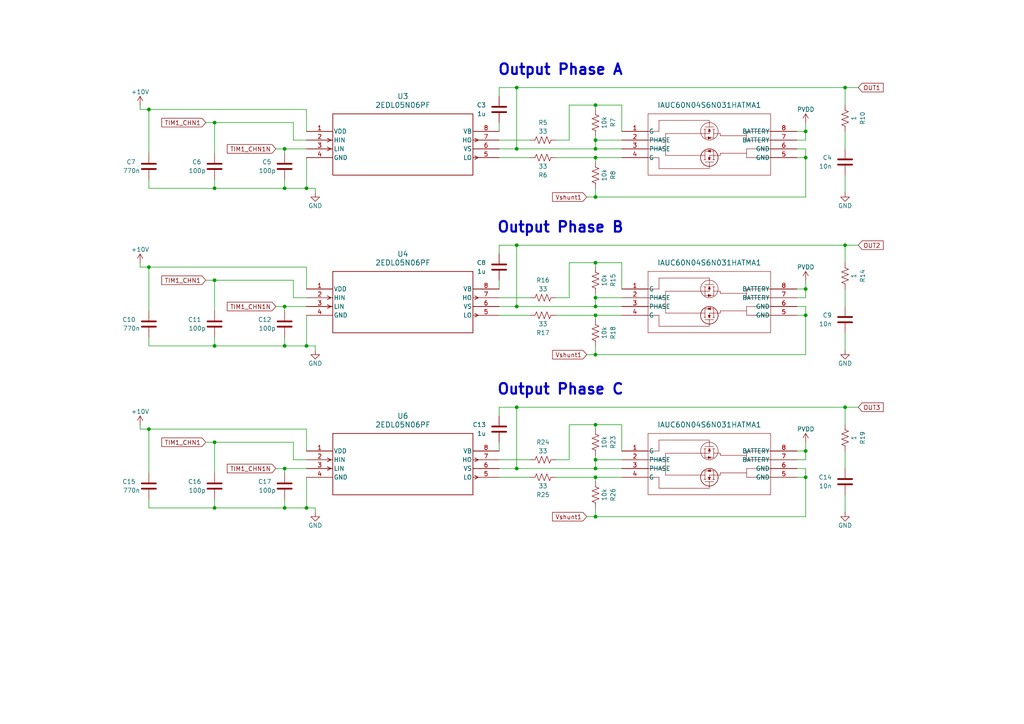
<source format=kicad_sch>
(kicad_sch (version 20231120) (generator "eeschema") (generator_version "8.0")
  (paper "A4")
  (title_block (title "Easy BLDC") (date "2024-08-06") (rev "2.0") (company "Peter Buckley Engineering"))
  (lib_symbols
    (symbol "Device:C" (pin_numbers hide) (pin_names (offset 0.254))
      (property "Reference" "C" (at 0.635 2.54 0))
      (property "Value" "C" (at 0.635 -2.54 0))
      (symbol "C_0_1"
        (polyline (pts (xy -2.032 -0.762) (xy 2.032 -0.762)) (stroke (width 0.508)))
        (polyline (pts (xy -2.032 0.762) (xy 2.032 0.762)) (stroke (width 0.508)))
      )
      (symbol "C_1_1"
        (pin passive line (at 0 3.81 270) (length 2.794) (name "~") (number "1"))
        (pin passive line (at 0 -3.81 90) (length 2.794) (name "~") (number "2"))
      )
    )
    (symbol "Device:R_US" (pin_numbers hide) (pin_names (offset 0))
      (property "Reference" "R" (at 2.54 0 90))
      (property "Value" "R_US" (at -2.54 0 90))
      (symbol "R_US_0_1"
        (polyline (pts (xy 0 -2.286) (xy 0 -2.54)))
        (polyline (pts (xy 0 2.286) (xy 0 2.54)))
        (polyline (pts (xy 0 -0.762) (xy 1.016 -1.143) (xy 0 -1.524) (xy -1.016 -1.905) (xy 0 -2.286)))
        (polyline (pts (xy 0 0.762) (xy 1.016 0.381) (xy 0 0) (xy -1.016 -0.381) (xy 0 -0.762)))
        (polyline (pts (xy 0 2.286) (xy 1.016 1.905) (xy 0 1.524) (xy -1.016 1.143) (xy 0 0.762)))
      )
      (symbol "R_US_1_1"
        (pin passive line (at 0 3.81 270) (length 1.27) (name "~") (number "1"))
        (pin passive line (at 0 -3.81 90) (length 1.27) (name "~") (number "2"))
      )
    )
    (symbol "EasyBLDC:2EDL05N06PF" (pin_names (offset 0.254))
      (property "Reference" "U" (at 27.94 10.16 0))
      (property "Value" "2EDL05N06PF" (at 27.94 7.62 0))
      (symbol "2EDL05N06PF_0_1"
        (polyline (pts (xy 7.0993 -5.08) (xy 6.0579 -5.6007)) (stroke (width 0.2032)))
        (polyline (pts (xy 7.0993 -5.08) (xy 6.0579 -4.5593)) (stroke (width 0.2032)))
        (polyline (pts (xy 7.0993 -2.54) (xy 6.0579 -3.0607)) (stroke (width 0.2032)))
        (polyline (pts (xy 7.0993 -2.54) (xy 6.0579 -2.0193)) (stroke (width 0.2032)))
        (polyline (pts (xy 7.62 -12.7) (xy 48.26 -12.7)) (stroke (width 0.2032)))
        (polyline (pts (xy 7.62 5.08) (xy 7.62 -12.7)) (stroke (width 0.2032)))
        (polyline (pts (xy 48.26 -12.7) (xy 48.26 5.08)) (stroke (width 0.2032)))
        (polyline (pts (xy 48.26 5.08) (xy 7.62 5.08)) (stroke (width 0.2032)))
        (polyline (pts (xy 48.7807 -8.1407) (xy 49.8221 -7.62)) (stroke (width 0.2032)))
        (polyline (pts (xy 48.7807 -7.0993) (xy 49.8221 -7.62)) (stroke (width 0.2032)))
        (polyline (pts (xy 48.7807 -3.0607) (xy 49.8221 -2.54)) (stroke (width 0.2032)))
        (polyline (pts (xy 48.7807 -2.0193) (xy 49.8221 -2.54)) (stroke (width 0.2032)))
        (pin power_in line (at 0 0 0) (length 7.62) (name "VDD") (number "1"))
        (pin input line (at 0 -2.54 0) (length 7.62) (name "HIN") (number "2"))
        (pin input line (at 0 -5.08 0) (length 7.62) (name "LIN") (number "3"))
        (pin power_in line (at 0 -7.62 0) (length 7.62) (name "GND") (number "4"))
        (pin output line (at 55.88 -7.62 180) (length 7.62) (name "LO") (number "5"))
        (pin power_in line (at 55.88 -5.08 180) (length 7.62) (name "VS") (number "6"))
        (pin output line (at 55.88 -2.54 180) (length 7.62) (name "HO") (number "7"))
        (pin power_in line (at 55.88 0 180) (length 7.62) (name "VB") (number "8"))
      )
    )
    (symbol "EasyBLDC:IAUC60N04S6N031HATMA1" (pin_names (offset 0.254))
      (property "Reference" "U" (at 25.4 10.16 0))
      (property "Value" "IAUC60N04S6N031HATMA1" (at 25.4 7.62 0))
      (symbol "IAUC60N04S6N031HATMA1_0_1"
        (polyline (pts (xy 7.62 -12.7) (xy 43.18 -12.7)) (stroke (width 0.127)))
        (polyline (pts (xy 7.62 -5.08) (xy 12.7 -5.08)) (stroke (width 0.127)))
        (polyline (pts (xy 7.62 -2.54) (xy 12.7 -2.54)) (stroke (width 0.127)))
        (polyline (pts (xy 7.62 0) (xy 10.795 0)) (stroke (width 0.127)))
        (polyline (pts (xy 7.62 5.08) (xy 7.62 -12.7)) (stroke (width 0.127)))
        (polyline (pts (xy 10.795 -10.795) (xy 10.795 -7.62)) (stroke (width 0.127)))
        (polyline (pts (xy 10.795 -7.62) (xy 7.62 -7.62)) (stroke (width 0.127)))
        (polyline (pts (xy 10.795 3.175) (xy 10.795 0)) (stroke (width 0.127)))
        (polyline (pts (xy 12.7 -0.635) (xy 12.7 -6.985)) (stroke (width 0.127)))
        (polyline (pts (xy 23.8125 0.635) (xy 24.4475 0.635)) (stroke (width 0.127)))
        (polyline (pts (xy 24.13 -6.985) (xy 12.7 -6.985)) (stroke (width 0.127)))
        (polyline (pts (xy 24.13 -5.715) (xy 24.13 -8.255)) (stroke (width 0.127)))
        (polyline (pts (xy 24.13 -1.905) (xy 26.67 -1.905)) (stroke (width 0.127)))
        (polyline (pts (xy 24.13 0.635) (xy 24.13 -1.905)) (stroke (width 0.127)))
        (polyline (pts (xy 24.13 1.27) (xy 26.67 1.27)) (stroke (width 0.127)))
        (polyline (pts (xy 24.4475 -8.255) (xy 23.8125 -8.255)) (stroke (width 0.127)))
        (polyline (pts (xy 25.0825 -7.62) (xy 25.4 -8.255)) (stroke (width 0.127)))
        (polyline (pts (xy 25.0825 -6.0325) (xy 25.0825 -5.3975)) (stroke (width 0.127)))
        (polyline (pts (xy 25.0825 -5.715) (xy 25.7175 -6.0325)) (stroke (width 0.127)))
        (polyline (pts (xy 25.0825 -2.2225) (xy 25.7175 -1.905)) (stroke (width 0.127)))
        (polyline (pts (xy 25.0825 -1.5875) (xy 25.0825 -2.2225)) (stroke (width 0.127)))
        (polyline (pts (xy 25.0825 0) (xy 25.7175 0)) (stroke (width 0.127)))
        (polyline (pts (xy 25.0825 0.635) (xy 25.7175 0.635)) (stroke (width 0.127)))
        (polyline (pts (xy 25.4 -10.795) (xy 10.795 -10.795)) (stroke (width 0.127)))
        (polyline (pts (xy 25.4 -8.89) (xy 25.4 -10.795)) (stroke (width 0.127)))
        (polyline (pts (xy 25.4 -8.255) (xy 25.4 -6.985)) (stroke (width 0.127)))
        (polyline (pts (xy 25.4 -8.255) (xy 25.7175 -7.62)) (stroke (width 0.127)))
        (polyline (pts (xy 25.4 -6.985) (xy 28.575 -6.985)) (stroke (width 0.127)))
        (polyline (pts (xy 25.4 -0.635) (xy 12.7 -0.635)) (stroke (width 0.127)))
        (polyline (pts (xy 25.4 0.635) (xy 25.0825 0)) (stroke (width 0.127)))
        (polyline (pts (xy 25.4 0.635) (xy 25.4 -0.635)) (stroke (width 0.127)))
        (polyline (pts (xy 25.4 1.27) (xy 25.4 3.175)) (stroke (width 0.127)))
        (polyline (pts (xy 25.4 3.175) (xy 10.795 3.175)) (stroke (width 0.127)))
        (polyline (pts (xy 25.7175 -8.255) (xy 25.0825 -8.255)) (stroke (width 0.127)))
        (polyline (pts (xy 25.7175 -7.62) (xy 25.0825 -7.62)) (stroke (width 0.127)))
        (polyline (pts (xy 25.7175 -6.0325) (xy 25.7175 -5.3975)) (stroke (width 0.127)))
        (polyline (pts (xy 25.7175 -5.3975) (xy 25.0825 -5.715)) (stroke (width 0.127)))
        (polyline (pts (xy 25.7175 -1.905) (xy 25.0825 -1.5875)) (stroke (width 0.127)))
        (polyline (pts (xy 25.7175 -1.5875) (xy 25.7175 -2.2225)) (stroke (width 0.127)))
        (polyline (pts (xy 25.7175 0) (xy 25.4 0.635)) (stroke (width 0.127)))
        (polyline (pts (xy 26.3525 0.635) (xy 26.9875 0.635)) (stroke (width 0.127)))
        (polyline (pts (xy 26.67 -8.89) (xy 24.13 -8.89)) (stroke (width 0.127)))
        (polyline (pts (xy 26.67 -8.255) (xy 26.67 -5.715)) (stroke (width 0.127)))
        (polyline (pts (xy 26.67 -5.715) (xy 24.13 -5.715)) (stroke (width 0.127)))
        (polyline (pts (xy 26.67 -1.905) (xy 26.67 0.635)) (stroke (width 0.127)))
        (polyline (pts (xy 26.67 -0.635) (xy 28.575 -0.635)) (stroke (width 0.127)))
        (polyline (pts (xy 26.9875 -8.255) (xy 26.3525 -8.255)) (stroke (width 0.127)))
        (polyline (pts (xy 28.575 -6.35) (xy 28.575 -6.985)) (stroke (width 0.127)))
        (polyline (pts (xy 28.575 -0.635) (xy 28.575 -1.27)) (stroke (width 0.127)))
        (polyline (pts (xy 36.195 -7.62) (xy 36.195 -5.08)) (stroke (width 0.127)))
        (polyline (pts (xy 36.195 -6.35) (xy 28.575 -6.35)) (stroke (width 0.127)))
        (polyline (pts (xy 36.195 -2.54) (xy 43.18 -2.54)) (stroke (width 0.127)))
        (polyline (pts (xy 36.195 -1.27) (xy 28.575 -1.27)) (stroke (width 0.127)))
        (polyline (pts (xy 36.195 0) (xy 36.195 -2.54)) (stroke (width 0.127)))
        (polyline (pts (xy 43.18 -12.7) (xy 43.18 5.08)) (stroke (width 0.127)))
        (polyline (pts (xy 43.18 -7.62) (xy 36.195 -7.62)) (stroke (width 0.127)))
        (polyline (pts (xy 43.18 -5.08) (xy 36.195 -5.08)) (stroke (width 0.127)))
        (polyline (pts (xy 43.18 0) (xy 36.195 0)) (stroke (width 0.127)))
        (polyline (pts (xy 43.18 5.08) (xy 7.62 5.08)) (stroke (width 0.127)))
        (polyline (pts (xy 25.0825 -2.2225) (xy 25.7175 -1.905) (xy 25.0825 -1.5875)) (fill (type outline)))
        (polyline (pts (xy 25.0825 0) (xy 25.7175 0) (xy 25.4 0.635)) (fill (type outline)))
        (polyline (pts (xy 25.7175 -7.62) (xy 25.0825 -7.62) (xy 25.4 -8.255)) (fill (type outline)))
        (polyline (pts (xy 25.7175 -5.3975) (xy 25.0825 -5.715) (xy 25.7175 -6.0325)) (fill (type outline)))
        (circle (center 25.4 -7.62) (radius 2.54) (stroke (width 0.127)))
        (circle (center 25.4 -7.62) (radius 2.54) (stroke (width 0.127)))
        (circle (center 25.4 0) (radius 2.54) (stroke (width 0.127)))
        (pin unspecified line (at 0 0 0) (length 7.62) (name "G") (number "1"))
        (pin unspecified line (at 0 -2.54 0) (length 7.62) (name "PHASE") (number "2"))
        (pin unspecified line (at 0 -5.08 0) (length 7.62) (name "PHASE") (number "3"))
        (pin unspecified line (at 0 -7.62 0) (length 7.62) (name "G") (number "4"))
        (pin power_out line (at 50.8 -7.62 180) (length 7.62) (name "GND") (number "5"))
        (pin power_out line (at 50.8 -5.08 180) (length 7.62) (name "GND") (number "6"))
        (pin unspecified line (at 50.8 -2.54 180) (length 7.62) (name "BATTERY") (number "7"))
        (pin unspecified line (at 50.8 0 180) (length 7.62) (name "BATTERY") (number "8"))
      )
    )
    (symbol "R_US_1" (pin_numbers hide) (pin_names (offset 0))
      (property "Reference" "R" (at 2.54 0 90))
      (property "Value" "R_US" (at -2.54 0 90))
      (symbol "R_US_1_0_1"
        (polyline (pts (xy 0 -2.286) (xy 0 -2.54)))
        (polyline (pts (xy 0 2.286) (xy 0 2.54)))
        (polyline (pts (xy 0 -0.762) (xy 1.016 -1.143) (xy 0 -1.524) (xy -1.016 -1.905) (xy 0 -2.286)))
        (polyline (pts (xy 0 0.762) (xy 1.016 0.381) (xy 0 0) (xy -1.016 -0.381) (xy 0 -0.762)))
        (polyline (pts (xy 0 2.286) (xy 1.016 1.905) (xy 0 1.524) (xy -1.016 1.143) (xy 0 0.762)))
      )
      (symbol "R_US_1_1_1"
        (pin passive line (at 0 3.81 270) (length 1.27) (name "~") (number "1"))
        (pin passive line (at 0 -3.81 90) (length 1.27) (name "~") (number "2"))
      )
    )
    (symbol "power:+10V" (power) (pin_numbers hide) (pin_names (offset 0) hide)
      (property "Value" "+10V" (at 0 3.556 0))
      (symbol "+10V_0_1"
        (polyline (pts (xy -0.762 1.27) (xy 0 2.54)))
        (polyline (pts (xy 0 0) (xy 0 2.54)))
        (polyline (pts (xy 0 2.54) (xy 0.762 1.27)))
      )
      (symbol "+10V_1_1"
        (pin power_in line (at 0 0 90) (length 0) (name "~") (number "1"))
      )
    )
    (symbol "power:GND" (power) (pin_numbers hide) (pin_names (offset 0) hide)
      (property "Value" "GND" (at 0 -3.81 0))
      (symbol "GND_0_1"
        (polyline (pts (xy 0 0) (xy 0 -1.27) (xy 1.27 -1.27) (xy 0 -2.54) (xy -1.27 -1.27) (xy 0 -1.27)))
      )
      (symbol "GND_1_1"
        (pin power_in line (at 0 0 270) (length 0) (name "~") (number "1"))
      )
    )
    (symbol "power:VDC" (power) (pin_numbers hide) (pin_names (offset 0) hide)
      (property "Value" "VDC" (at 0 3.556 0))
      (symbol "VDC_0_1"
        (polyline (pts (xy -0.762 1.27) (xy 0 2.54)))
        (polyline (pts (xy 0 0) (xy 0 2.54)))
        (polyline (pts (xy 0 2.54) (xy 0.762 1.27)))
      )
      (symbol "VDC_1_1"
        (pin power_in line (at 0 0 90) (length 0) (name "~") (number "1"))
      )
    )
  )
  (junction (at 233.68 83.82))
  (junction (at 82.55 54.61))
  (junction (at 172.72 149.86))
  (junction (at 172.72 76.2))
  (junction (at 62.23 100.33))
  (junction (at 88.9 147.32))
  (junction (at 62.23 54.61))
  (junction (at 62.23 81.28))
  (junction (at 78.74 236.22))
  (junction (at 172.72 43.18))
  (junction (at 149.86 43.18))
  (junction (at 172.72 30.48))
  (junction (at 172.72 40.64))
  (junction (at 172.72 123.19))
  (junction (at 172.72 57.15))
  (junction (at 233.68 91.44))
  (junction (at 245.11 25.4))
  (junction (at 149.86 71.12))
  (junction (at 172.72 86.36))
  (junction (at 233.68 138.43))
  (junction (at 233.68 38.1))
  (junction (at 43.18 77.47))
  (junction (at 82.55 43.18))
  (junction (at 82.55 100.33))
  (junction (at 149.86 88.9))
  (junction (at 149.86 25.4))
  (junction (at 78.74 248.92))
  (junction (at 172.72 91.44))
  (junction (at 233.68 45.72))
  (junction (at 62.23 128.27))
  (junction (at 172.72 45.72))
  (junction (at 172.72 135.89))
  (junction (at 172.72 88.9))
  (junction (at 245.11 118.11))
  (junction (at 149.86 135.89))
  (junction (at 245.11 71.12))
  (junction (at 43.18 124.46))
  (junction (at 172.72 133.35))
  (junction (at 62.23 35.56))
  (junction (at 172.72 138.43))
  (junction (at 233.68 130.81))
  (junction (at 172.72 102.87))
  (junction (at 88.9 100.33))
  (junction (at 82.55 147.32))
  (junction (at 149.86 118.11))
  (junction (at 82.55 135.89))
  (junction (at 88.9 54.61))
  (junction (at 62.23 147.32))
  (junction (at 82.55 88.9))
  (junction (at 43.18 31.75))
  (wire (pts (xy 233.68 35.56) (xy 233.68 38.1)))
  (wire (pts (xy 231.14 135.89) (xy 233.68 135.89)))
  (wire (pts (xy 144.78 133.35) (xy 153.67 133.35)))
  (wire (pts (xy 161.29 138.43) (xy 172.72 138.43)))
  (wire (pts (xy 62.23 128.27) (xy 85.09 128.27)))
  (wire (pts (xy 55.88 226.06) (xy 78.74 226.06)))
  (wire (pts (xy 231.14 43.18) (xy 233.68 43.18)))
  (wire (pts (xy 172.72 86.36) (xy 180.34 86.36)))
  (wire (pts (xy 165.1 30.48) (xy 172.72 30.48)))
  (wire (pts (xy 149.86 71.12) (xy 149.86 88.9)))
  (wire (pts (xy 43.18 100.33) (xy 43.18 97.79)))
  (wire (pts (xy 161.29 86.36) (xy 165.1 86.36)))
  (wire (pts (xy 180.34 76.2) (xy 180.34 83.82)))
  (wire (pts (xy 149.86 135.89) (xy 144.78 135.89)))
  (wire (pts (xy 111.76 254) (xy 111.76 255.27)))
  (wire (pts (xy 78.74 248.92) (xy 69.85 248.92)))
  (wire (pts (xy 82.55 135.89) (xy 82.55 137.16)))
  (wire (pts (xy 231.14 40.64) (xy 233.68 40.64)))
  (wire (pts (xy 233.68 43.18) (xy 233.68 45.72)))
  (wire (pts (xy 85.09 35.56) (xy 85.09 40.64)))
  (wire (pts (xy 62.23 100.33) (xy 43.18 100.33)))
  (wire (pts (xy 43.18 77.47) (xy 88.9 77.47)))
  (wire (pts (xy 245.11 76.2) (xy 245.11 71.12)))
  (wire (pts (xy 69.85 236.22) (xy 78.74 236.22)))
  (wire (pts (xy 78.74 236.22) (xy 78.74 238.76)))
  (wire (pts (xy 172.72 149.86) (xy 233.68 149.86)))
  (wire (pts (xy 85.09 40.64) (xy 88.9 40.64)))
  (wire (pts (xy 55.88 236.22) (xy 62.23 236.22)))
  (wire (pts (xy 91.44 100.33) (xy 91.44 101.6)))
  (wire (pts (xy 245.11 96.52) (xy 245.11 101.6)))
  (wire (pts (xy 172.72 102.87) (xy 233.68 102.87)))
  (wire (pts (xy 233.68 91.44) (xy 231.14 91.44)))
  (wire (pts (xy 85.09 133.35) (xy 88.9 133.35)))
  (wire (pts (xy 144.78 86.36) (xy 153.67 86.36)))
  (wire (pts (xy 62.23 100.33) (xy 82.55 100.33)))
  (wire (pts (xy 172.72 31.75) (xy 172.72 30.48)))
  (wire (pts (xy 233.68 138.43) (xy 231.14 138.43)))
  (wire (pts (xy 172.72 147.32) (xy 172.72 149.86)))
  (wire (pts (xy 43.18 124.46) (xy 43.18 137.16)))
  (wire (pts (xy 82.55 43.18) (xy 82.55 44.45)))
  (wire (pts (xy 233.68 138.43) (xy 233.68 149.86)))
  (wire (pts (xy 149.86 135.89) (xy 172.72 135.89)))
  (wire (pts (xy 144.78 83.82) (xy 144.78 81.28)))
  (wire (pts (xy 149.86 88.9) (xy 144.78 88.9)))
  (wire (pts (xy 172.72 40.64) (xy 180.34 40.64)))
  (wire (pts (xy 88.9 54.61) (xy 82.55 54.61)))
  (wire (pts (xy 62.23 248.92) (xy 55.88 248.92)))
  (wire (pts (xy 82.55 97.79) (xy 82.55 100.33)))
  (wire (pts (xy 233.68 135.89) (xy 233.68 138.43)))
  (wire (pts (xy 172.72 39.37) (xy 172.72 40.64)))
  (wire (pts (xy 144.78 118.11) (xy 149.86 118.11)))
  (wire (pts (xy 170.18 149.86) (xy 172.72 149.86)))
  (wire (pts (xy 144.78 118.11) (xy 144.78 120.65)))
  (wire (pts (xy 172.72 91.44) (xy 180.34 91.44)))
  (wire (pts (xy 233.68 130.81) (xy 231.14 130.81)))
  (wire (pts (xy 172.72 40.64) (xy 172.72 43.18)))
  (wire (pts (xy 40.64 31.75) (xy 43.18 31.75)))
  (wire (pts (xy 172.72 30.48) (xy 180.34 30.48)))
  (wire (pts (xy 170.18 57.15) (xy 172.72 57.15)))
  (wire (pts (xy 80.01 88.9) (xy 82.55 88.9)))
  (wire (pts (xy 62.23 54.61) (xy 43.18 54.61)))
  (wire (pts (xy 233.68 40.64) (xy 233.68 38.1)))
  (wire (pts (xy 245.11 130.81) (xy 245.11 135.89)))
  (wire (pts (xy 172.72 138.43) (xy 180.34 138.43)))
  (wire (pts (xy 43.18 54.61) (xy 43.18 52.07)))
  (wire (pts (xy 144.78 40.64) (xy 153.67 40.64)))
  (wire (pts (xy 62.23 35.56) (xy 62.23 44.45)))
  (wire (pts (xy 144.78 138.43) (xy 153.67 138.43)))
  (wire (pts (xy 172.72 43.18) (xy 180.34 43.18)))
  (wire (pts (xy 62.23 97.79) (xy 62.23 100.33)))
  (wire (pts (xy 231.14 86.36) (xy 233.68 86.36)))
  (wire (pts (xy 233.68 45.72) (xy 231.14 45.72)))
  (wire (pts (xy 144.78 91.44) (xy 153.67 91.44)))
  (wire (pts (xy 82.55 52.07) (xy 82.55 54.61)))
  (wire (pts (xy 78.74 246.38) (xy 78.74 248.92)))
  (wire (pts (xy 161.29 133.35) (xy 165.1 133.35)))
  (wire (pts (xy 80.01 135.89) (xy 82.55 135.89)))
  (wire (pts (xy 161.29 45.72) (xy 172.72 45.72)))
  (wire (pts (xy 88.9 100.33) (xy 82.55 100.33)))
  (wire (pts (xy 144.78 71.12) (xy 149.86 71.12)))
  (wire (pts (xy 43.18 77.47) (xy 43.18 90.17)))
  (wire (pts (xy 62.23 52.07) (xy 62.23 54.61)))
  (wire (pts (xy 231.14 88.9) (xy 233.68 88.9)))
  (wire (pts (xy 245.11 25.4) (xy 248.92 25.4)))
  (wire (pts (xy 245.11 50.8) (xy 245.11 55.88)))
  (wire (pts (xy 172.72 54.61) (xy 172.72 57.15)))
  (wire (pts (xy 88.9 138.43) (xy 88.9 147.32)))
  (wire (pts (xy 172.72 123.19) (xy 180.34 123.19)))
  (wire (pts (xy 144.78 130.81) (xy 144.78 128.27)))
  (wire (pts (xy 88.9 91.44) (xy 88.9 100.33)))
  (wire (pts (xy 172.72 45.72) (xy 172.72 46.99)))
  (wire (pts (xy 80.01 43.18) (xy 82.55 43.18)))
  (wire (pts (xy 172.72 135.89) (xy 180.34 135.89)))
  (wire (pts (xy 43.18 31.75) (xy 43.18 44.45)))
  (wire (pts (xy 172.72 77.47) (xy 172.72 76.2)))
  (wire (pts (xy 88.9 45.72) (xy 88.9 54.61)))
  (wire (pts (xy 144.78 38.1) (xy 144.78 35.56)))
  (wire (pts (xy 88.9 88.9) (xy 82.55 88.9)))
  (wire (pts (xy 85.09 81.28) (xy 85.09 86.36)))
  (wire (pts (xy 165.1 123.19) (xy 172.72 123.19)))
  (wire (pts (xy 88.9 147.32) (xy 82.55 147.32)))
  (wire (pts (xy 245.11 123.19) (xy 245.11 118.11)))
  (wire (pts (xy 62.23 147.32) (xy 43.18 147.32)))
  (wire (pts (xy 111.76 246.38) (xy 111.76 243.84)))
  (wire (pts (xy 233.68 128.27) (xy 233.68 130.81)))
  (wire (pts (xy 62.23 81.28) (xy 85.09 81.28)))
  (wire (pts (xy 245.11 143.51) (xy 245.11 148.59)))
  (wire (pts (xy 43.18 31.75) (xy 88.9 31.75)))
  (wire (pts (xy 43.18 147.32) (xy 43.18 144.78)))
  (wire (pts (xy 165.1 133.35) (xy 165.1 123.19)))
  (wire (pts (xy 172.72 91.44) (xy 172.72 92.71)))
  (wire (pts (xy 172.72 132.08) (xy 172.72 133.35)))
  (wire (pts (xy 172.72 133.35) (xy 180.34 133.35)))
  (wire (pts (xy 144.78 25.4) (xy 144.78 27.94)))
  (wire (pts (xy 149.86 43.18) (xy 144.78 43.18)))
  (wire (pts (xy 62.23 81.28) (xy 62.23 90.17)))
  (wire (pts (xy 40.64 77.47) (xy 43.18 77.47)))
  (wire (pts (xy 91.44 147.32) (xy 88.9 147.32)))
  (wire (pts (xy 233.68 81.28) (xy 233.68 83.82)))
  (wire (pts (xy 88.9 31.75) (xy 88.9 38.1)))
  (wire (pts (xy 245.11 118.11) (xy 248.92 118.11)))
  (wire (pts (xy 62.23 128.27) (xy 62.23 137.16)))
  (wire (pts (xy 180.34 123.19) (xy 180.34 130.81)))
  (wire (pts (xy 40.64 30.48) (xy 40.64 31.75)))
  (wire (pts (xy 144.78 45.72) (xy 153.67 45.72)))
  (wire (pts (xy 149.86 88.9) (xy 172.72 88.9)))
  (wire (pts (xy 88.9 135.89) (xy 82.55 135.89)))
  (wire (pts (xy 245.11 118.11) (xy 149.86 118.11)))
  (wire (pts (xy 172.72 76.2) (xy 180.34 76.2)))
  (wire (pts (xy 62.23 144.78) (xy 62.23 147.32)))
  (wire (pts (xy 59.69 81.28) (xy 62.23 81.28)))
  (wire (pts (xy 43.18 124.46) (xy 88.9 124.46)))
  (wire (pts (xy 233.68 86.36) (xy 233.68 83.82)))
  (wire (pts (xy 91.44 54.61) (xy 88.9 54.61)))
  (wire (pts (xy 233.68 91.44) (xy 233.68 102.87)))
  (wire (pts (xy 88.9 124.46) (xy 88.9 130.81)))
  (wire (pts (xy 59.69 35.56) (xy 62.23 35.56)))
  (wire (pts (xy 172.72 124.46) (xy 172.72 123.19)))
  (wire (pts (xy 172.72 45.72) (xy 180.34 45.72)))
  (wire (pts (xy 233.68 133.35) (xy 233.68 130.81)))
  (wire (pts (xy 172.72 88.9) (xy 180.34 88.9)))
  (wire (pts (xy 180.34 30.48) (xy 180.34 38.1)))
  (wire (pts (xy 172.72 133.35) (xy 172.72 135.89)))
  (wire (pts (xy 233.68 83.82) (xy 231.14 83.82)))
  (wire (pts (xy 62.23 54.61) (xy 82.55 54.61)))
  (wire (pts (xy 78.74 248.92) (xy 78.74 252.73)))
  (wire (pts (xy 85.09 86.36) (xy 88.9 86.36)))
  (wire (pts (xy 82.55 144.78) (xy 82.55 147.32)))
  (wire (pts (xy 245.11 30.48) (xy 245.11 25.4)))
  (wire (pts (xy 91.44 54.61) (xy 91.44 55.88)))
  (wire (pts (xy 149.86 43.18) (xy 172.72 43.18)))
  (wire (pts (xy 40.64 76.2) (xy 40.64 77.47)))
  (wire (pts (xy 144.78 25.4) (xy 149.86 25.4)))
  (wire (pts (xy 172.72 138.43) (xy 172.72 139.7)))
  (wire (pts (xy 245.11 71.12) (xy 248.92 71.12)))
  (wire (pts (xy 170.18 102.87) (xy 172.72 102.87)))
  (wire (pts (xy 233.68 45.72) (xy 233.68 57.15)))
  (wire (pts (xy 233.68 38.1) (xy 231.14 38.1)))
  (wire (pts (xy 172.72 100.33) (xy 172.72 102.87)))
  (wire (pts (xy 88.9 77.47) (xy 88.9 83.82)))
  (wire (pts (xy 231.14 133.35) (xy 233.68 133.35)))
  (wire (pts (xy 172.72 86.36) (xy 172.72 88.9)))
  (wire (pts (xy 161.29 91.44) (xy 172.72 91.44)))
  (wire (pts (xy 233.68 88.9) (xy 233.68 91.44)))
  (wire (pts (xy 245.11 83.82) (xy 245.11 88.9)))
  (wire (pts (xy 59.69 128.27) (xy 62.23 128.27)))
  (wire (pts (xy 161.29 40.64) (xy 165.1 40.64)))
  (wire (pts (xy 78.74 226.06) (xy 78.74 236.22)))
  (wire (pts (xy 149.86 25.4) (xy 149.86 43.18)))
  (wire (pts (xy 85.09 128.27) (xy 85.09 133.35)))
  (wire (pts (xy 165.1 86.36) (xy 165.1 76.2)))
  (wire (pts (xy 245.11 71.12) (xy 149.86 71.12)))
  (wire (pts (xy 91.44 147.32) (xy 91.44 148.59)))
  (wire (pts (xy 149.86 118.11) (xy 149.86 135.89)))
  (wire (pts (xy 245.11 38.1) (xy 245.11 43.18)))
  (wire (pts (xy 40.64 123.19) (xy 40.64 124.46)))
  (wire (pts (xy 62.23 35.56) (xy 85.09 35.56)))
  (wire (pts (xy 88.9 43.18) (xy 82.55 43.18)))
  (wire (pts (xy 165.1 40.64) (xy 165.1 30.48)))
  (wire (pts (xy 165.1 76.2) (xy 172.72 76.2)))
  (wire (pts (xy 82.55 88.9) (xy 82.55 90.17)))
  (wire (pts (xy 144.78 71.12) (xy 144.78 73.66)))
  (wire (pts (xy 91.44 100.33) (xy 88.9 100.33)))
  (wire (pts (xy 40.64 124.46) (xy 43.18 124.46)))
  (wire (pts (xy 245.11 25.4) (xy 149.86 25.4)))
  (wire (pts (xy 111.76 243.84) (xy 109.22 243.84)))
  (wire (pts (xy 172.72 85.09) (xy 172.72 86.36)))
  (wire (pts (xy 62.23 147.32) (xy 82.55 147.32)))
  (wire (pts (xy 172.72 57.15) (xy 233.68 57.15)))
  (text "Output Phase C\n" (at 162.56 113.03 0) (effects (font (size 3.048 3.048) (bold yes))))
  (text "Output Phase A\n" (at 162.56 20.32 0) (effects (font (size 3.048 3.048) (bold yes))))
  (text "Output Phase B\n" (at 162.56 66.04 0) (effects (font (size 3.048 3.048) (bold yes))))
  (global_label "Vshunt1" (shape input) (at 170.18 149.86 180) (property "Intersheetrefs" "${INTERSHEET_REFS}" (effects (hide yes))))
  (global_label "Vshunt1" (shape input) (at 109.22 243.84 180) (property "Intersheetrefs" "${INTERSHEET_REFS}" (effects (hide yes))))
  (global_label "TIM1_CHN1N" (shape input) (at 80.01 135.89 180) (property "Intersheetrefs" "${INTERSHEET_REFS}" (effects (hide yes))))
  (global_label "TIM1_CHN1" (shape input) (at 59.69 35.56 180) (property "Intersheetrefs" "${INTERSHEET_REFS}" (effects (hide yes))))
  (global_label "TIM1_CHN1" (shape input) (at 59.69 81.28 180) (property "Intersheetrefs" "${INTERSHEET_REFS}" (effects (hide yes))))
  (global_label "TIM1_CHN1" (shape input) (at 59.69 128.27 180) (property "Intersheetrefs" "${INTERSHEET_REFS}" (effects (hide yes))))
  (global_label "LSS" (shape input) (at 55.88 226.06 180) (property "Intersheetrefs" "${INTERSHEET_REFS}" (effects (hide yes))))
  (global_label "Vshunt1" (shape input) (at 170.18 102.87 180) (property "Intersheetrefs" "${INTERSHEET_REFS}" (effects (hide yes))))
  (global_label "Vshunt1" (shape input) (at 170.18 57.15 180) (property "Intersheetrefs" "${INTERSHEET_REFS}" (effects (hide yes))))
  (global_label "OUT3" (shape input) (at 248.92 118.11 0) (property "Intersheetrefs" "${INTERSHEET_REFS}" (effects (hide yes))))
  (global_label "TIM1_CHN1N" (shape input) (at 80.01 88.9 180) (property "Intersheetrefs" "${INTERSHEET_REFS}" (effects (hide yes))))
  (global_label "SP" (shape input) (at 55.88 236.22 180) (property "Intersheetrefs" "${INTERSHEET_REFS}" (effects (hide yes))))
  (global_label "TIM1_CHN1N" (shape input) (at 80.01 43.18 180) (property "Intersheetrefs" "${INTERSHEET_REFS}" (effects (hide yes))))
  (global_label "OUT2" (shape input) (at 248.92 71.12 0) (property "Intersheetrefs" "${INTERSHEET_REFS}" (effects (hide yes))))
  (global_label "SN" (shape input) (at 55.88 248.92 180) (property "Intersheetrefs" "${INTERSHEET_REFS}" (effects (hide yes))))
  (global_label "OUT1" (shape input) (at 248.92 25.4 0) (property "Intersheetrefs" "${INTERSHEET_REFS}" (effects (hide yes))))
  (symbol (lib_id "Device:C") (at 245.11 46.99 0) (mirror x) (unit 1)
    (property "Reference" "C4" (at 241.3 45.7199 0) (effects (justify right)))
    (property "Value" "10n" (at 241.3 48.26 0) (effects (justify right)))
    (property "Description" "Unpolarized capacitor" (effects (hide yes)))
  )
  (symbol (lib_id "Device:R_US") (at 245.11 80.01 180) (unit 1)
    (property "Reference" "R14" (at 250.19 80.01 90))
    (property "Value" "1" (at 247.65 80.01 90))
    (property "Footprint" "Resistor_SMD:R_0603_1608Metric" (effects (hide yes)))
    (property "Description" "Resistor, US symbol" (effects (hide yes)))
  )
  (symbol (lib_id "Device:C") (at 144.78 124.46 0) (mirror x) (unit 1)
    (property "Reference" "C13" (at 140.97 123.1899 0) (effects (justify right)))
    (property "Value" "1u" (at 140.97 125.7299 0) (effects (justify right)))
    (property "Description" "Unpolarized capacitor" (effects (hide yes)))
  )
  (symbol (lib_id "power:VDC") (at 233.68 128.27 0) (unit 1)
    (property "Reference" "#PWR022" (effects (hide yes)))
    (property "Value" "PVDD" (at 233.68 124.46 0))
    (property "Description" "Power symbol creates a global label with name \"VDC\"" (effects (hide yes)))
  )
  (symbol (lib_id "Device:R_US") (at 157.48 40.64 270) (unit 1)
    (property "Reference" "R5" (at 157.48 35.56 90))
    (property "Value" "33" (at 157.48 38.1 90))
    (property "Footprint" "Resistor_SMD:R_0603_1608Metric" (effects (hide yes)))
    (property "Description" "Resistor, US symbol" (effects (hide yes)))
  )
  (symbol (lib_id "Device:R_US") (at 245.11 127 180) (unit 1)
    (property "Reference" "R19" (at 250.19 127 90))
    (property "Value" "1" (at 247.65 127 90))
    (property "Footprint" "Resistor_SMD:R_0603_1608Metric" (effects (hide yes)))
    (property "Description" "Resistor, US symbol" (effects (hide yes)))
  )
  (symbol (lib_id "EasyBLDC:IAUC60N04S6N031HATMA1") (at 180.34 38.1 0) (unit 1)
    (property "Reference" "U2" (effects (hide yes)))
    (property "Value" "IAUC60N04S6N031HATMA1" (at 205.74 30.48 0) (effects (font (size 1.524 1.524))))
    (property "Footprint" "PG-TDSON-8-56" (effects (hide yes)))
    (property "Datasheet" "IAUC60N04S6N031HATMA1" (effects (hide yes)))
  )
  (symbol (lib_id "Device:R_US") (at 157.48 91.44 90) (unit 1)
    (property "Reference" "R17" (at 157.48 96.52 90))
    (property "Value" "33" (at 157.48 93.98 90))
    (property "Footprint" "Resistor_SMD:R_0603_1608Metric" (effects (hide yes)))
    (property "Description" "Resistor, US symbol" (effects (hide yes)))
  )
  (symbol (lib_id "Device:R_US") (at 172.72 128.27 180) (unit 1)
    (property "Reference" "R23" (at 177.8 128.27 90))
    (property "Value" "10k" (at 175.26 128.27 90))
    (property "Footprint" "Resistor_SMD:R_0603_1608Metric" (effects (hide yes)))
    (property "Description" "Resistor, US symbol" (effects (hide yes)))
  )
  (symbol (lib_id "Device:C") (at 245.11 139.7 0) (mirror x) (unit 1)
    (property "Reference" "C14" (at 241.3 138.4299 0) (effects (justify right)))
    (property "Value" "10n" (at 241.3 140.97 0) (effects (justify right)))
    (property "Description" "Unpolarized capacitor" (effects (hide yes)))
  )
  (symbol (lib_id "Device:R_US") (at 157.48 86.36 270) (unit 1)
    (property "Reference" "R16" (at 157.48 81.28 90))
    (property "Value" "33" (at 157.48 83.82 90))
    (property "Footprint" "Resistor_SMD:R_0603_1608Metric" (effects (hide yes)))
    (property "Description" "Resistor, US symbol" (effects (hide yes)))
  )
  (symbol (lib_id "Device:R_US") (at 172.72 81.28 180) (unit 1)
    (property "Reference" "R15" (at 177.8 81.28 90))
    (property "Value" "10k" (at 175.26 81.28 90))
    (property "Footprint" "Resistor_SMD:R_0603_1608Metric" (effects (hide yes)))
    (property "Description" "Resistor, US symbol" (effects (hide yes)))
  )
  (symbol (lib_id "power:GND") (at 245.11 148.59 0) (unit 1)
    (property "Reference" "#PWR026" (effects (hide yes)))
    (property "Value" "GND" (at 245.11 152.4 0))
    (property "Description" "Power symbol creates a global label with name \"GND\" , ground" (effects (hide yes)))
  )
  (symbol (lib_id "power:GND") (at 245.11 55.88 0) (unit 1)
    (property "Reference" "#PWR010" (effects (hide yes)))
    (property "Value" "GND" (at 245.11 59.69 0))
    (property "Description" "Power symbol creates a global label with name \"GND\" , ground" (effects (hide yes)))
  )
  (symbol (lib_id "Device:R_US") (at 66.04 236.22 270) (unit 1)
    (property "Reference" "R11" (at 66.04 231.14 90))
    (property "Value" "0" (at 66.04 233.68 90))
    (property "Footprint" "Resistor_SMD:R_0603_1608Metric" (effects (hide yes)))
    (property "Description" "Resistor, US symbol" (effects (hide yes)))
  )
  (symbol (lib_id "Device:C") (at 144.78 31.75 0) (mirror x) (unit 1)
    (property "Reference" "C3" (at 140.97 30.4799 0) (effects (justify right)))
    (property "Value" "1u" (at 140.97 33.0199 0) (effects (justify right)))
    (property "Description" "Unpolarized capacitor" (effects (hide yes)))
  )
  (symbol (lib_id "power:+10V") (at 40.64 30.48 0) (unit 1)
    (property "Reference" "#PWR012" (effects (hide yes)))
    (property "Value" "+10V" (at 40.64 26.67 0))
    (property "Description" "Power symbol creates a global label with name \"+10V\"" (effects (hide yes)))
  )
  (symbol (lib_id "Device:C") (at 82.55 48.26 0) (mirror x) (unit 1)
    (property "Reference" "C5" (at 78.74 46.9899 0) (effects (justify right)))
    (property "Value" "100p" (at 80.01 49.53 0) (effects (justify right)))
    (property "Description" "Unpolarized capacitor" (effects (hide yes)))
  )
  (symbol (lib_id "EasyBLDC:IAUC60N04S6N031HATMA1") (at 180.34 130.81 0) (unit 1)
    (property "Reference" "U7" (effects (hide yes)))
    (property "Value" "IAUC60N04S6N031HATMA1" (at 205.74 123.19 0) (effects (font (size 1.524 1.524))))
    (property "Footprint" "PG-TDSON-8-56" (effects (hide yes)))
    (property "Datasheet" "IAUC60N04S6N031HATMA1" (effects (hide yes)))
  )
  (symbol (lib_id "EasyBLDC:2EDL05N06PF") (at 88.9 83.82 0) (unit 1)
    (property "Reference" "U4" (at 116.84 73.66 0) (effects (font (size 1.524 1.524))))
    (property "Value" "2EDL05N06PF" (at 116.84 76.2 0) (effects (font (size 1.524 1.524))))
    (property "Footprint" "PG-DSO-8-1_INF" (effects (hide yes)))
    (property "Datasheet" "2EDL05N06PF" (effects (hide yes)))
  )
  (symbol (lib_id "Device:R_US") (at 157.48 138.43 90) (unit 1)
    (property "Reference" "R25" (at 157.48 143.51 90))
    (property "Value" "33" (at 157.48 140.97 90))
    (property "Footprint" "Resistor_SMD:R_0603_1608Metric" (effects (hide yes)))
    (property "Description" "Resistor, US symbol" (effects (hide yes)))
  )
  (symbol (lib_id "power:GND") (at 91.44 55.88 0) (unit 1)
    (property "Reference" "#PWR011" (effects (hide yes)))
    (property "Value" "GND" (at 91.44 59.69 0))
    (property "Description" "Power symbol creates a global label with name \"GND\" , ground" (effects (hide yes)))
  )
  (symbol (lib_id "Device:R_US") (at 172.72 143.51 180) (unit 1)
    (property "Reference" "R26" (at 177.8 143.51 90))
    (property "Value" "10k" (at 175.26 143.51 90))
    (property "Footprint" "Resistor_SMD:R_0603_1608Metric" (effects (hide yes)))
    (property "Description" "Resistor, US symbol" (effects (hide yes)))
  )
  (symbol (lib_id "Device:C") (at 82.55 140.97 0) (mirror x) (unit 1)
    (property "Reference" "C17" (at 78.74 139.6999 0) (effects (justify right)))
    (property "Value" "100p" (at 80.01 142.24 0) (effects (justify right)))
    (property "Description" "Unpolarized capacitor" (effects (hide yes)))
  )
  (symbol (lib_id "power:GND") (at 91.44 148.59 0) (unit 1)
    (property "Reference" "#PWR025" (effects (hide yes)))
    (property "Value" "GND" (at 91.44 152.4 0))
    (property "Description" "Power symbol creates a global label with name \"GND\" , ground" (effects (hide yes)))
  )
  (symbol (lib_id "Device:R_US") (at 245.11 34.29 180) (unit 1)
    (property "Reference" "R10" (at 250.19 34.29 90))
    (property "Value" "1" (at 247.65 34.29 90))
    (property "Footprint" "Resistor_SMD:R_0603_1608Metric" (effects (hide yes)))
    (property "Description" "Resistor, US symbol" (effects (hide yes)))
  )
  (symbol (lib_id "Device:R_US") (at 172.72 50.8 180) (unit 1)
    (property "Reference" "R8" (at 177.8 50.8 90))
    (property "Value" "10k" (at 175.26 50.8 90))
    (property "Footprint" "Resistor_SMD:R_0603_1608Metric" (effects (hide yes)))
    (property "Description" "Resistor, US symbol" (effects (hide yes)))
  )
  (symbol (lib_id "power:+10V") (at 40.64 76.2 0) (unit 1)
    (property "Reference" "#PWR013" (effects (hide yes)))
    (property "Value" "+10V" (at 40.64 72.39 0))
    (property "Description" "Power symbol creates a global label with name \"+10V\"" (effects (hide yes)))
  )
  (symbol (lib_name "R_US_1") (lib_id "Device:R_US") (at 78.74 242.57 180) (unit 1)
    (property "Reference" "R12" (at 82.55 241.3 0))
    (property "Value" "0.001" (at 83.82 243.84 0))
    (property "Footprint" "Resistor_SMD:R_2512_6332Metric" (effects (hide yes)))
    (property "Description" "Resistor, US symbol" (effects (hide yes)))
  )
  (symbol (lib_id "Device:R_US") (at 66.04 248.92 270) (unit 1)
    (property "Reference" "R13" (at 66.04 243.84 90))
    (property "Value" "0" (at 66.04 246.38 90))
    (property "Footprint" "Resistor_SMD:R_0603_1608Metric" (effects (hide yes)))
    (property "Description" "Resistor, US symbol" (effects (hide yes)))
  )
  (symbol (lib_id "power:+10V") (at 40.64 123.19 0) (unit 1)
    (property "Reference" "#PWR018" (effects (hide yes)))
    (property "Value" "+10V" (at 40.64 119.38 0))
    (property "Description" "Power symbol creates a global label with name \"+10V\"" (effects (hide yes)))
  )
  (symbol (lib_id "Device:C") (at 144.78 77.47 0) (mirror x) (unit 1)
    (property "Reference" "C8" (at 140.97 76.1999 0) (effects (justify right)))
    (property "Value" "1u" (at 140.97 78.7399 0) (effects (justify right)))
    (property "Description" "Unpolarized capacitor" (effects (hide yes)))
  )
  (symbol (lib_id "Device:R_US") (at 172.72 35.56 180) (unit 1)
    (property "Reference" "R7" (at 177.8 35.56 90))
    (property "Value" "10k" (at 175.26 35.56 90))
    (property "Footprint" "Resistor_SMD:R_0603_1608Metric" (effects (hide yes)))
    (property "Description" "Resistor, US symbol" (effects (hide yes)))
  )
  (symbol (lib_id "Device:C") (at 82.55 93.98 0) (mirror x) (unit 1)
    (property "Reference" "C12" (at 78.74 92.7099 0) (effects (justify right)))
    (property "Value" "100p" (at 80.01 95.25 0) (effects (justify right)))
    (property "Description" "Unpolarized capacitor" (effects (hide yes)))
  )
  (symbol (lib_id "Device:C") (at 43.18 93.98 0) (mirror x) (unit 1)
    (property "Reference" "C10" (at 39.37 92.7099 0) (effects (justify right)))
    (property "Value" "770n" (at 40.64 95.25 0) (effects (justify right)))
    (property "Description" "Unpolarized capacitor" (effects (hide yes)))
  )
  (symbol (lib_id "Device:C") (at 245.11 92.71 0) (mirror x) (unit 1)
    (property "Reference" "C9" (at 241.3 91.4399 0) (effects (justify right)))
    (property "Value" "10n" (at 241.3 93.98 0) (effects (justify right)))
    (property "Description" "Unpolarized capacitor" (effects (hide yes)))
  )
  (symbol (lib_id "Device:C") (at 43.18 140.97 0) (mirror x) (unit 1)
    (property "Reference" "C15" (at 39.37 139.6999 0) (effects (justify right)))
    (property "Value" "770n" (at 40.64 142.24 0) (effects (justify right)))
    (property "Description" "Unpolarized capacitor" (effects (hide yes)))
  )
  (symbol (lib_id "power:VDC") (at 233.68 81.28 0) (unit 1)
    (property "Reference" "#PWR015" (effects (hide yes)))
    (property "Value" "PVDD" (at 233.68 77.47 0))
    (property "Description" "Power symbol creates a global label with name \"VDC\"" (effects (hide yes)))
  )
  (symbol (lib_id "Device:C") (at 43.18 48.26 0) (mirror x) (unit 1)
    (property "Reference" "C7" (at 39.37 46.9899 0) (effects (justify right)))
    (property "Value" "770n" (at 40.64 49.53 0) (effects (justify right)))
    (property "Description" "Unpolarized capacitor" (effects (hide yes)))
  )
  (symbol (lib_id "Device:C") (at 62.23 140.97 0) (mirror x) (unit 1)
    (property "Reference" "C16" (at 58.42 139.6999 0) (effects (justify right)))
    (property "Value" "100p" (at 59.69 142.24 0) (effects (justify right)))
    (property "Description" "Unpolarized capacitor" (effects (hide yes)))
  )
  (symbol (lib_id "power:GND") (at 78.74 252.73 0) (unit 1)
    (property "Reference" "#PWR014" (effects (hide yes)))
    (property "Value" "GND" (at 78.74 256.54 0))
    (property "Description" "Power symbol creates a global label with name \"GND\" , ground" (effects (hide yes)))
  )
  (symbol (lib_id "EasyBLDC:2EDL05N06PF") (at 88.9 130.81 0) (unit 1)
    (property "Reference" "U6" (at 116.84 120.65 0) (effects (font (size 1.524 1.524))))
    (property "Value" "2EDL05N06PF" (at 116.84 123.19 0) (effects (font (size 1.524 1.524))))
    (property "Footprint" "PG-DSO-8-1_INF" (effects (hide yes)))
    (property "Datasheet" "2EDL05N06PF" (effects (hide yes)))
  )
  (symbol (lib_id "Device:R_US") (at 111.76 250.19 180) (unit 1)
    (property "Reference" "R9" (at 116.84 250.19 90))
    (property "Value" "0.003" (at 114.3 250.19 90))
    (property "Footprint" "Resistor_SMD:R_0603_1608Metric" (effects (hide yes)))
    (property "Description" "Resistor, US symbol" (effects (hide yes)))
  )
  (symbol (lib_id "power:GND") (at 111.76 255.27 0) (unit 1)
    (property "Reference" "#PWR08" (effects (hide yes)))
    (property "Value" "GND" (at 111.76 260.35 0))
    (property "Description" "Power symbol creates a global label with name \"GND\" , ground" (effects (hide yes)))
  )
  (symbol (lib_id "EasyBLDC:IAUC60N04S6N031HATMA1") (at 180.34 83.82 0) (unit 1)
    (property "Reference" "U5" (effects (hide yes)))
    (property "Value" "IAUC60N04S6N031HATMA1" (at 205.74 76.2 0) (effects (font (size 1.524 1.524))))
    (property "Footprint" "PG-TDSON-8-56" (effects (hide yes)))
    (property "Datasheet" "IAUC60N04S6N031HATMA1" (effects (hide yes)))
  )
  (symbol (lib_id "power:VDC") (at 233.68 35.56 0) (unit 1)
    (property "Reference" "#PWR09" (effects (hide yes)))
    (property "Value" "PVDD" (at 233.68 31.75 0))
    (property "Description" "Power symbol creates a global label with name \"VDC\"" (effects (hide yes)))
  )
  (symbol (lib_id "power:GND") (at 91.44 101.6 0) (unit 1)
    (property "Reference" "#PWR016" (effects (hide yes)))
    (property "Value" "GND" (at 91.44 105.41 0))
    (property "Description" "Power symbol creates a global label with name \"GND\" , ground" (effects (hide yes)))
  )
  (symbol (lib_id "EasyBLDC:2EDL05N06PF") (at 88.9 38.1 0) (unit 1)
    (property "Reference" "U3" (at 116.84 27.94 0) (effects (font (size 1.524 1.524))))
    (property "Value" "2EDL05N06PF" (at 116.84 30.48 0) (effects (font (size 1.524 1.524))))
    (property "Footprint" "PG-DSO-8-1_INF" (effects (hide yes)))
    (property "Datasheet" "2EDL05N06PF" (effects (hide yes)))
  )
  (symbol (lib_id "Device:C") (at 62.23 93.98 0) (mirror x) (unit 1)
    (property "Reference" "C11" (at 58.42 92.7099 0) (effects (justify right)))
    (property "Value" "100p" (at 59.69 95.25 0) (effects (justify right)))
    (property "Description" "Unpolarized capacitor" (effects (hide yes)))
  )
  (symbol (lib_id "Device:R_US") (at 172.72 96.52 180) (unit 1)
    (property "Reference" "R18" (at 177.8 96.52 90))
    (property "Value" "10k" (at 175.26 96.52 90))
    (property "Footprint" "Resistor_SMD:R_0603_1608Metric" (effects (hide yes)))
    (property "Description" "Resistor, US symbol" (effects (hide yes)))
  )
  (symbol (lib_id "Device:R_US") (at 157.48 133.35 270) (unit 1)
    (property "Reference" "R24" (at 157.48 128.27 90))
    (property "Value" "33" (at 157.48 130.81 90))
    (property "Footprint" "Resistor_SMD:R_0603_1608Metric" (effects (hide yes)))
    (property "Description" "Resistor, US symbol" (effects (hide yes)))
  )
  (symbol (lib_id "Device:R_US") (at 157.48 45.72 90) (unit 1)
    (property "Reference" "R6" (at 157.48 50.8 90))
    (property "Value" "33" (at 157.48 48.26 90))
    (property "Footprint" "Resistor_SMD:R_0603_1608Metric" (effects (hide yes)))
    (property "Description" "Resistor, US symbol" (effects (hide yes)))
  )
  (symbol (lib_id "Device:C") (at 62.23 48.26 0) (mirror x) (unit 1)
    (property "Reference" "C6" (at 58.42 46.9899 0) (effects (justify right)))
    (property "Value" "100p" (at 59.69 49.53 0) (effects (justify right)))
    (property "Description" "Unpolarized capacitor" (effects (hide yes)))
  )
  (symbol (lib_id "power:GND") (at 245.11 101.6 0) (unit 1)
    (property "Reference" "#PWR017" (effects (hide yes)))
    (property "Value" "GND" (at 245.11 105.41 0))
    (property "Description" "Power symbol creates a global label with name \"GND\" , ground" (effects (hide yes)))
  )
)
</source>
